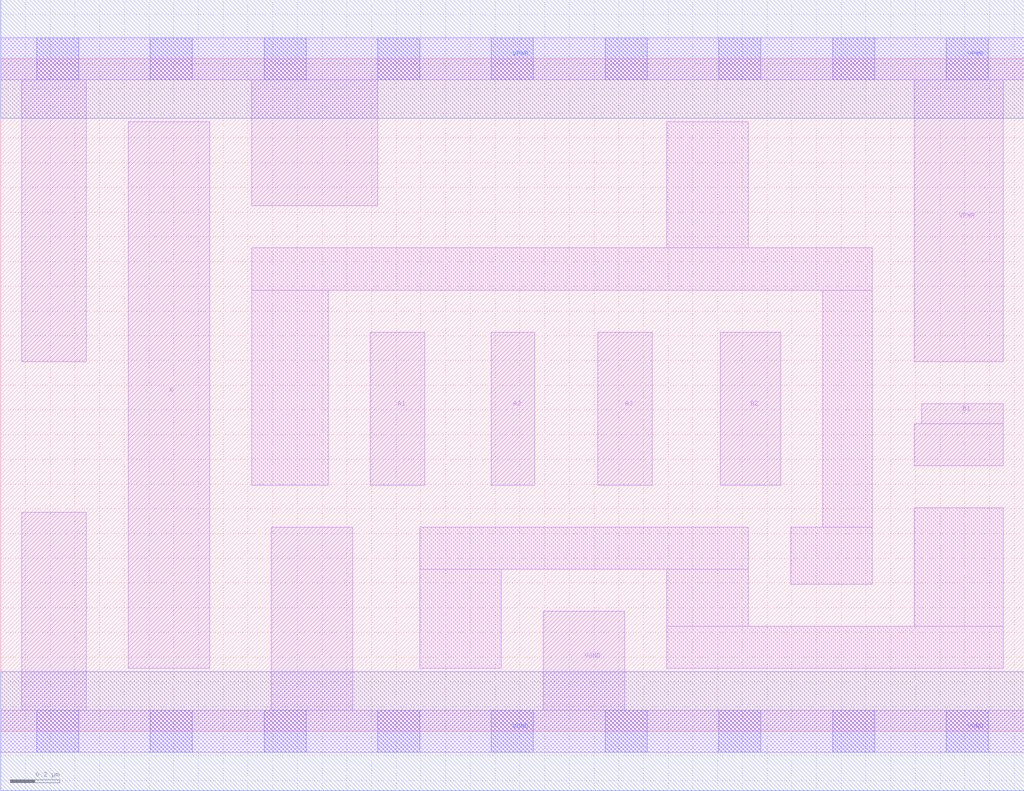
<source format=lef>
# Copyright 2020 The SkyWater PDK Authors
#
# Licensed under the Apache License, Version 2.0 (the "License");
# you may not use this file except in compliance with the License.
# You may obtain a copy of the License at
#
#     https://www.apache.org/licenses/LICENSE-2.0
#
# Unless required by applicable law or agreed to in writing, software
# distributed under the License is distributed on an "AS IS" BASIS,
# WITHOUT WARRANTIES OR CONDITIONS OF ANY KIND, either express or implied.
# See the License for the specific language governing permissions and
# limitations under the License.
#
# SPDX-License-Identifier: Apache-2.0

VERSION 5.7 ;
  NAMESCASESENSITIVE ON ;
  NOWIREEXTENSIONATPIN ON ;
  DIVIDERCHAR "/" ;
  BUSBITCHARS "[]" ;
UNITS
  DATABASE MICRONS 200 ;
END UNITS
MACRO sky130_fd_sc_hd__o32a_2
  CLASS CORE ;
  SOURCE USER ;
  FOREIGN sky130_fd_sc_hd__o32a_2 ;
  ORIGIN  0.000000  0.000000 ;
  SIZE  4.140000 BY  2.720000 ;
  SYMMETRY X Y R90 ;
  SITE unithd ;
  PIN A1
    ANTENNAGATEAREA  0.247500 ;
    DIRECTION INPUT ;
    USE SIGNAL ;
    PORT
      LAYER li1 ;
        RECT 1.495000 0.995000 1.715000 1.615000 ;
    END
  END A1
  PIN A2
    ANTENNAGATEAREA  0.247500 ;
    DIRECTION INPUT ;
    USE SIGNAL ;
    PORT
      LAYER li1 ;
        RECT 1.985000 0.995000 2.160000 1.615000 ;
    END
  END A2
  PIN A3
    ANTENNAGATEAREA  0.247500 ;
    DIRECTION INPUT ;
    USE SIGNAL ;
    PORT
      LAYER li1 ;
        RECT 2.415000 0.995000 2.635000 1.615000 ;
    END
  END A3
  PIN B1
    ANTENNAGATEAREA  0.247500 ;
    DIRECTION INPUT ;
    USE SIGNAL ;
    PORT
      LAYER li1 ;
        RECT 3.695000 1.075000 4.055000 1.245000 ;
        RECT 3.725000 1.245000 4.055000 1.325000 ;
    END
  END B1
  PIN B2
    ANTENNAGATEAREA  0.247500 ;
    DIRECTION INPUT ;
    USE SIGNAL ;
    PORT
      LAYER li1 ;
        RECT 2.910000 0.995000 3.155000 1.615000 ;
    END
  END B2
  PIN X
    ANTENNADIFFAREA  0.445500 ;
    DIRECTION OUTPUT ;
    USE SIGNAL ;
    PORT
      LAYER li1 ;
        RECT 0.515000 0.255000 0.845000 2.465000 ;
    END
  END X
  PIN VGND
    DIRECTION INOUT ;
    SHAPE ABUTMENT ;
    USE GROUND ;
    PORT
      LAYER li1 ;
        RECT 0.000000 -0.085000 4.140000 0.085000 ;
        RECT 0.085000  0.085000 0.345000 0.885000 ;
        RECT 1.095000  0.085000 1.425000 0.825000 ;
        RECT 2.195000  0.085000 2.525000 0.485000 ;
      LAYER mcon ;
        RECT 0.145000 -0.085000 0.315000 0.085000 ;
        RECT 0.605000 -0.085000 0.775000 0.085000 ;
        RECT 1.065000 -0.085000 1.235000 0.085000 ;
        RECT 1.525000 -0.085000 1.695000 0.085000 ;
        RECT 1.985000 -0.085000 2.155000 0.085000 ;
        RECT 2.445000 -0.085000 2.615000 0.085000 ;
        RECT 2.905000 -0.085000 3.075000 0.085000 ;
        RECT 3.365000 -0.085000 3.535000 0.085000 ;
        RECT 3.825000 -0.085000 3.995000 0.085000 ;
      LAYER met1 ;
        RECT 0.000000 -0.240000 4.140000 0.240000 ;
    END
  END VGND
  PIN VPWR
    DIRECTION INOUT ;
    SHAPE ABUTMENT ;
    USE POWER ;
    PORT
      LAYER li1 ;
        RECT 0.000000 2.635000 4.140000 2.805000 ;
        RECT 0.085000 1.495000 0.345000 2.635000 ;
        RECT 1.015000 2.125000 1.525000 2.635000 ;
        RECT 3.695000 1.495000 4.055000 2.635000 ;
      LAYER mcon ;
        RECT 0.145000 2.635000 0.315000 2.805000 ;
        RECT 0.605000 2.635000 0.775000 2.805000 ;
        RECT 1.065000 2.635000 1.235000 2.805000 ;
        RECT 1.525000 2.635000 1.695000 2.805000 ;
        RECT 1.985000 2.635000 2.155000 2.805000 ;
        RECT 2.445000 2.635000 2.615000 2.805000 ;
        RECT 2.905000 2.635000 3.075000 2.805000 ;
        RECT 3.365000 2.635000 3.535000 2.805000 ;
        RECT 3.825000 2.635000 3.995000 2.805000 ;
      LAYER met1 ;
        RECT 0.000000 2.480000 4.140000 2.960000 ;
    END
  END VPWR
  OBS
    LAYER li1 ;
      RECT 1.015000 0.995000 1.325000 1.785000 ;
      RECT 1.015000 1.785000 3.525000 1.955000 ;
      RECT 1.695000 0.255000 2.025000 0.655000 ;
      RECT 1.695000 0.655000 3.025000 0.825000 ;
      RECT 2.695000 0.255000 4.055000 0.425000 ;
      RECT 2.695000 0.425000 3.025000 0.655000 ;
      RECT 2.695000 1.955000 3.025000 2.465000 ;
      RECT 3.195000 0.595000 3.525000 0.825000 ;
      RECT 3.325000 0.825000 3.525000 1.785000 ;
      RECT 3.695000 0.425000 4.055000 0.905000 ;
  END
END sky130_fd_sc_hd__o32a_2

</source>
